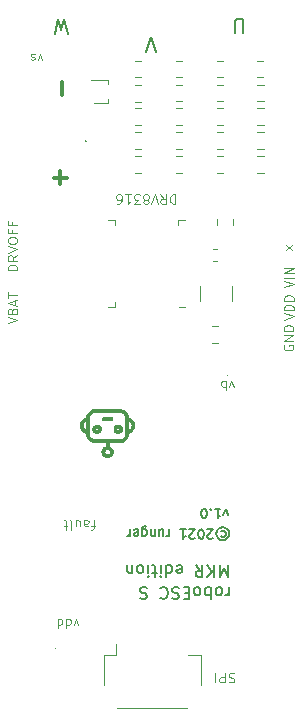
<source format=gto>
G04 #@! TF.GenerationSoftware,KiCad,Pcbnew,(5.1.6-0-10_14)*
G04 #@! TF.CreationDate,2021-04-01T01:52:38+02:00*
G04 #@! TF.ProjectId,ESCv1.1,45534376-312e-4312-9e6b-696361645f70,rev?*
G04 #@! TF.SameCoordinates,Original*
G04 #@! TF.FileFunction,Legend,Top*
G04 #@! TF.FilePolarity,Positive*
%FSLAX46Y46*%
G04 Gerber Fmt 4.6, Leading zero omitted, Abs format (unit mm)*
G04 Created by KiCad (PCBNEW (5.1.6-0-10_14)) date 2021-04-01 01:52:38*
%MOMM*%
%LPD*%
G01*
G04 APERTURE LIST*
%ADD10C,0.100000*%
%ADD11C,0.150000*%
%ADD12C,0.120000*%
%ADD13C,0.200000*%
%ADD14C,0.300000*%
%ADD15C,0.010000*%
G04 APERTURE END LIST*
D10*
X62637304Y-47772223D02*
X62103971Y-47353176D01*
X62103971Y-47772223D02*
X62637304Y-47353176D01*
X61947304Y-50918890D02*
X62747304Y-50652223D01*
X61947304Y-50385557D01*
X62747304Y-50118890D02*
X61947304Y-50118890D01*
X62747304Y-49737938D02*
X61947304Y-49737938D01*
X62747304Y-49280795D01*
X61947304Y-49280795D01*
D11*
X57178257Y-70214128D02*
X56987780Y-69680795D01*
X56797304Y-70214128D01*
X56073495Y-69680795D02*
X56530638Y-69680795D01*
X56302066Y-69680795D02*
X56302066Y-70480795D01*
X56378257Y-70366509D01*
X56454447Y-70290319D01*
X56530638Y-70252223D01*
X55730638Y-69756985D02*
X55692542Y-69718890D01*
X55730638Y-69680795D01*
X55768733Y-69718890D01*
X55730638Y-69756985D01*
X55730638Y-69680795D01*
X55197304Y-70480795D02*
X55121114Y-70480795D01*
X55044923Y-70442700D01*
X55006828Y-70404604D01*
X54968733Y-70328414D01*
X54930638Y-70176033D01*
X54930638Y-69985557D01*
X54968733Y-69833176D01*
X55006828Y-69756985D01*
X55044923Y-69718890D01*
X55121114Y-69680795D01*
X55197304Y-69680795D01*
X55273495Y-69718890D01*
X55311590Y-69756985D01*
X55349685Y-69833176D01*
X55387780Y-69985557D01*
X55387780Y-70176033D01*
X55349685Y-70328414D01*
X55311590Y-70404604D01*
X55273495Y-70442700D01*
X55197304Y-70480795D01*
D12*
X53481969Y-51662700D02*
G75*
G03*
X53481969Y-51662700I-56569J0D01*
G01*
D10*
X57694447Y-83618890D02*
X57580161Y-83580795D01*
X57389685Y-83580795D01*
X57313495Y-83618890D01*
X57275400Y-83656985D01*
X57237304Y-83733176D01*
X57237304Y-83809366D01*
X57275400Y-83885557D01*
X57313495Y-83923652D01*
X57389685Y-83961747D01*
X57542066Y-83999842D01*
X57618257Y-84037938D01*
X57656352Y-84076033D01*
X57694447Y-84152223D01*
X57694447Y-84228414D01*
X57656352Y-84304604D01*
X57618257Y-84342700D01*
X57542066Y-84380795D01*
X57351590Y-84380795D01*
X57237304Y-84342700D01*
X56894447Y-83580795D02*
X56894447Y-84380795D01*
X56589685Y-84380795D01*
X56513495Y-84342700D01*
X56475400Y-84304604D01*
X56437304Y-84228414D01*
X56437304Y-84114128D01*
X56475400Y-84037938D01*
X56513495Y-83999842D01*
X56589685Y-83961747D01*
X56894447Y-83961747D01*
X56094447Y-83580795D02*
X56094447Y-84380795D01*
D13*
X58492542Y-29427223D02*
X58492542Y-28415319D01*
X58433019Y-28296271D01*
X58373495Y-28236747D01*
X58254447Y-28177223D01*
X58016352Y-28177223D01*
X57897304Y-28236747D01*
X57837780Y-28296271D01*
X57778257Y-28415319D01*
X57778257Y-29427223D01*
X51092066Y-30967223D02*
X50675400Y-29717223D01*
X50258733Y-30967223D01*
X43601114Y-29487223D02*
X43303495Y-28237223D01*
X43065400Y-29130080D01*
X42827304Y-28237223D01*
X42529685Y-29487223D01*
D11*
X57229504Y-76320619D02*
X57229504Y-76987285D01*
X57229504Y-76796809D02*
X57181885Y-76892047D01*
X57134266Y-76939666D01*
X57039028Y-76987285D01*
X56943790Y-76987285D01*
X56467600Y-76320619D02*
X56562838Y-76368238D01*
X56610457Y-76415857D01*
X56658076Y-76511095D01*
X56658076Y-76796809D01*
X56610457Y-76892047D01*
X56562838Y-76939666D01*
X56467600Y-76987285D01*
X56324742Y-76987285D01*
X56229504Y-76939666D01*
X56181885Y-76892047D01*
X56134266Y-76796809D01*
X56134266Y-76511095D01*
X56181885Y-76415857D01*
X56229504Y-76368238D01*
X56324742Y-76320619D01*
X56467600Y-76320619D01*
X55705695Y-76320619D02*
X55705695Y-77320619D01*
X55705695Y-76939666D02*
X55610457Y-76987285D01*
X55419980Y-76987285D01*
X55324742Y-76939666D01*
X55277123Y-76892047D01*
X55229504Y-76796809D01*
X55229504Y-76511095D01*
X55277123Y-76415857D01*
X55324742Y-76368238D01*
X55419980Y-76320619D01*
X55610457Y-76320619D01*
X55705695Y-76368238D01*
X54658076Y-76320619D02*
X54753314Y-76368238D01*
X54800933Y-76415857D01*
X54848552Y-76511095D01*
X54848552Y-76796809D01*
X54800933Y-76892047D01*
X54753314Y-76939666D01*
X54658076Y-76987285D01*
X54515219Y-76987285D01*
X54419980Y-76939666D01*
X54372361Y-76892047D01*
X54324742Y-76796809D01*
X54324742Y-76511095D01*
X54372361Y-76415857D01*
X54419980Y-76368238D01*
X54515219Y-76320619D01*
X54658076Y-76320619D01*
X53896171Y-76844428D02*
X53562838Y-76844428D01*
X53419980Y-76320619D02*
X53896171Y-76320619D01*
X53896171Y-77320619D01*
X53419980Y-77320619D01*
X53039028Y-76368238D02*
X52896171Y-76320619D01*
X52658076Y-76320619D01*
X52562838Y-76368238D01*
X52515219Y-76415857D01*
X52467600Y-76511095D01*
X52467600Y-76606333D01*
X52515219Y-76701571D01*
X52562838Y-76749190D01*
X52658076Y-76796809D01*
X52848552Y-76844428D01*
X52943790Y-76892047D01*
X52991409Y-76939666D01*
X53039028Y-77034904D01*
X53039028Y-77130142D01*
X52991409Y-77225380D01*
X52943790Y-77273000D01*
X52848552Y-77320619D01*
X52610457Y-77320619D01*
X52467600Y-77273000D01*
X51467600Y-76415857D02*
X51515219Y-76368238D01*
X51658076Y-76320619D01*
X51753314Y-76320619D01*
X51896171Y-76368238D01*
X51991409Y-76463476D01*
X52039028Y-76558714D01*
X52086647Y-76749190D01*
X52086647Y-76892047D01*
X52039028Y-77082523D01*
X51991409Y-77177761D01*
X51896171Y-77273000D01*
X51753314Y-77320619D01*
X51658076Y-77320619D01*
X51515219Y-77273000D01*
X51467600Y-77225380D01*
X50324742Y-76368238D02*
X50181885Y-76320619D01*
X49943790Y-76320619D01*
X49848552Y-76368238D01*
X49800933Y-76415857D01*
X49753314Y-76511095D01*
X49753314Y-76606333D01*
X49800933Y-76701571D01*
X49848552Y-76749190D01*
X49943790Y-76796809D01*
X50134266Y-76844428D01*
X50229504Y-76892047D01*
X50277123Y-76939666D01*
X50324742Y-77034904D01*
X50324742Y-77130142D01*
X50277123Y-77225380D01*
X50229504Y-77273000D01*
X50134266Y-77320619D01*
X49896171Y-77320619D01*
X49753314Y-77273000D01*
X57153304Y-74441019D02*
X57153304Y-75441019D01*
X56819971Y-74726733D01*
X56486638Y-75441019D01*
X56486638Y-74441019D01*
X56010447Y-74441019D02*
X56010447Y-75441019D01*
X55439019Y-74441019D02*
X55867590Y-75012447D01*
X55439019Y-75441019D02*
X56010447Y-74869590D01*
X54439019Y-74441019D02*
X54772352Y-74917209D01*
X55010447Y-74441019D02*
X55010447Y-75441019D01*
X54629495Y-75441019D01*
X54534257Y-75393400D01*
X54486638Y-75345780D01*
X54439019Y-75250542D01*
X54439019Y-75107685D01*
X54486638Y-75012447D01*
X54534257Y-74964828D01*
X54629495Y-74917209D01*
X55010447Y-74917209D01*
X52867590Y-74488638D02*
X52962828Y-74441019D01*
X53153304Y-74441019D01*
X53248542Y-74488638D01*
X53296161Y-74583876D01*
X53296161Y-74964828D01*
X53248542Y-75060066D01*
X53153304Y-75107685D01*
X52962828Y-75107685D01*
X52867590Y-75060066D01*
X52819971Y-74964828D01*
X52819971Y-74869590D01*
X53296161Y-74774352D01*
X51962828Y-74441019D02*
X51962828Y-75441019D01*
X51962828Y-74488638D02*
X52058066Y-74441019D01*
X52248542Y-74441019D01*
X52343780Y-74488638D01*
X52391400Y-74536257D01*
X52439019Y-74631495D01*
X52439019Y-74917209D01*
X52391400Y-75012447D01*
X52343780Y-75060066D01*
X52248542Y-75107685D01*
X52058066Y-75107685D01*
X51962828Y-75060066D01*
X51486638Y-74441019D02*
X51486638Y-75107685D01*
X51486638Y-75441019D02*
X51534257Y-75393400D01*
X51486638Y-75345780D01*
X51439019Y-75393400D01*
X51486638Y-75441019D01*
X51486638Y-75345780D01*
X51153304Y-75107685D02*
X50772352Y-75107685D01*
X51010447Y-75441019D02*
X51010447Y-74583876D01*
X50962828Y-74488638D01*
X50867590Y-74441019D01*
X50772352Y-74441019D01*
X50439019Y-74441019D02*
X50439019Y-75107685D01*
X50439019Y-75441019D02*
X50486638Y-75393400D01*
X50439019Y-75345780D01*
X50391400Y-75393400D01*
X50439019Y-75441019D01*
X50439019Y-75345780D01*
X49819971Y-74441019D02*
X49915209Y-74488638D01*
X49962828Y-74536257D01*
X50010447Y-74631495D01*
X50010447Y-74917209D01*
X49962828Y-75012447D01*
X49915209Y-75060066D01*
X49819971Y-75107685D01*
X49677114Y-75107685D01*
X49581876Y-75060066D01*
X49534257Y-75012447D01*
X49486638Y-74917209D01*
X49486638Y-74631495D01*
X49534257Y-74536257D01*
X49581876Y-74488638D01*
X49677114Y-74441019D01*
X49819971Y-74441019D01*
X49058066Y-75107685D02*
X49058066Y-74441019D01*
X49058066Y-75012447D02*
X49010447Y-75060066D01*
X48915209Y-75107685D01*
X48772352Y-75107685D01*
X48677114Y-75060066D01*
X48629495Y-74964828D01*
X48629495Y-74441019D01*
X56585400Y-72020319D02*
X56661590Y-72058414D01*
X56813971Y-72058414D01*
X56890161Y-72020319D01*
X56966352Y-71944128D01*
X57004447Y-71867938D01*
X57004447Y-71715557D01*
X56966352Y-71639366D01*
X56890161Y-71563176D01*
X56813971Y-71525080D01*
X56661590Y-71525080D01*
X56585400Y-71563176D01*
X56737780Y-72325080D02*
X56928257Y-72286985D01*
X57118733Y-72172700D01*
X57233019Y-71982223D01*
X57271114Y-71791747D01*
X57233019Y-71601271D01*
X57118733Y-71410795D01*
X56928257Y-71296509D01*
X56737780Y-71258414D01*
X56547304Y-71296509D01*
X56356828Y-71410795D01*
X56242542Y-71601271D01*
X56204447Y-71791747D01*
X56242542Y-71982223D01*
X56356828Y-72172700D01*
X56547304Y-72286985D01*
X56737780Y-72325080D01*
X55899685Y-72134604D02*
X55861590Y-72172700D01*
X55785400Y-72210795D01*
X55594923Y-72210795D01*
X55518733Y-72172700D01*
X55480638Y-72134604D01*
X55442542Y-72058414D01*
X55442542Y-71982223D01*
X55480638Y-71867938D01*
X55937780Y-71410795D01*
X55442542Y-71410795D01*
X54947304Y-72210795D02*
X54871114Y-72210795D01*
X54794923Y-72172700D01*
X54756828Y-72134604D01*
X54718733Y-72058414D01*
X54680638Y-71906033D01*
X54680638Y-71715557D01*
X54718733Y-71563176D01*
X54756828Y-71486985D01*
X54794923Y-71448890D01*
X54871114Y-71410795D01*
X54947304Y-71410795D01*
X55023495Y-71448890D01*
X55061590Y-71486985D01*
X55099685Y-71563176D01*
X55137780Y-71715557D01*
X55137780Y-71906033D01*
X55099685Y-72058414D01*
X55061590Y-72134604D01*
X55023495Y-72172700D01*
X54947304Y-72210795D01*
X54375876Y-72134604D02*
X54337780Y-72172700D01*
X54261590Y-72210795D01*
X54071114Y-72210795D01*
X53994923Y-72172700D01*
X53956828Y-72134604D01*
X53918733Y-72058414D01*
X53918733Y-71982223D01*
X53956828Y-71867938D01*
X54413971Y-71410795D01*
X53918733Y-71410795D01*
X53156828Y-71410795D02*
X53613971Y-71410795D01*
X53385400Y-71410795D02*
X53385400Y-72210795D01*
X53461590Y-72096509D01*
X53537780Y-72020319D01*
X53613971Y-71982223D01*
X52204447Y-71410795D02*
X52204447Y-71944128D01*
X52204447Y-71791747D02*
X52166352Y-71867938D01*
X52128257Y-71906033D01*
X52052066Y-71944128D01*
X51975876Y-71944128D01*
X51366352Y-71944128D02*
X51366352Y-71410795D01*
X51709209Y-71944128D02*
X51709209Y-71525080D01*
X51671114Y-71448890D01*
X51594923Y-71410795D01*
X51480638Y-71410795D01*
X51404447Y-71448890D01*
X51366352Y-71486985D01*
X50985400Y-71944128D02*
X50985400Y-71410795D01*
X50985400Y-71867938D02*
X50947304Y-71906033D01*
X50871114Y-71944128D01*
X50756828Y-71944128D01*
X50680638Y-71906033D01*
X50642542Y-71829842D01*
X50642542Y-71410795D01*
X49918733Y-71944128D02*
X49918733Y-71296509D01*
X49956828Y-71220319D01*
X49994923Y-71182223D01*
X50071114Y-71144128D01*
X50185400Y-71144128D01*
X50261590Y-71182223D01*
X49918733Y-71448890D02*
X49994923Y-71410795D01*
X50147304Y-71410795D01*
X50223495Y-71448890D01*
X50261590Y-71486985D01*
X50299685Y-71563176D01*
X50299685Y-71791747D01*
X50261590Y-71867938D01*
X50223495Y-71906033D01*
X50147304Y-71944128D01*
X49994923Y-71944128D01*
X49918733Y-71906033D01*
X49233019Y-71448890D02*
X49309209Y-71410795D01*
X49461590Y-71410795D01*
X49537780Y-71448890D01*
X49575876Y-71525080D01*
X49575876Y-71829842D01*
X49537780Y-71906033D01*
X49461590Y-71944128D01*
X49309209Y-71944128D01*
X49233019Y-71906033D01*
X49194923Y-71829842D01*
X49194923Y-71753652D01*
X49575876Y-71677461D01*
X48852066Y-71410795D02*
X48852066Y-71944128D01*
X48852066Y-71791747D02*
X48813971Y-71867938D01*
X48775876Y-71906033D01*
X48699685Y-71944128D01*
X48623495Y-71944128D01*
D14*
X43001042Y-42206628D02*
X43001042Y-41063771D01*
X43572471Y-41635200D02*
X42429614Y-41635200D01*
X43115342Y-34675528D02*
X43115342Y-33532671D01*
D10*
X61945400Y-55816271D02*
X61907304Y-55892461D01*
X61907304Y-56006747D01*
X61945400Y-56121033D01*
X62021590Y-56197223D01*
X62097780Y-56235319D01*
X62250161Y-56273414D01*
X62364447Y-56273414D01*
X62516828Y-56235319D01*
X62593019Y-56197223D01*
X62669209Y-56121033D01*
X62707304Y-56006747D01*
X62707304Y-55930557D01*
X62669209Y-55816271D01*
X62631114Y-55778176D01*
X62364447Y-55778176D01*
X62364447Y-55930557D01*
X62707304Y-55435319D02*
X61907304Y-55435319D01*
X62707304Y-54978176D01*
X61907304Y-54978176D01*
X62707304Y-54597223D02*
X61907304Y-54597223D01*
X61907304Y-54406747D01*
X61945400Y-54292461D01*
X62021590Y-54216271D01*
X62097780Y-54178176D01*
X62250161Y-54140080D01*
X62364447Y-54140080D01*
X62516828Y-54178176D01*
X62593019Y-54216271D01*
X62669209Y-54292461D01*
X62707304Y-54406747D01*
X62707304Y-54597223D01*
X61933018Y-53657223D02*
X62733018Y-53390557D01*
X61933018Y-53123890D01*
X62733018Y-52857223D02*
X61933018Y-52857223D01*
X61933018Y-52666747D01*
X61971114Y-52552461D01*
X62047304Y-52476271D01*
X62123494Y-52438176D01*
X62275875Y-52400080D01*
X62390161Y-52400080D01*
X62542542Y-52438176D01*
X62618733Y-52476271D01*
X62694923Y-52552461D01*
X62733018Y-52666747D01*
X62733018Y-52857223D01*
X62733018Y-52057223D02*
X61933018Y-52057223D01*
X61933018Y-51866747D01*
X61971114Y-51752461D01*
X62047304Y-51676271D01*
X62123494Y-51638176D01*
X62275875Y-51600080D01*
X62390161Y-51600080D01*
X62542542Y-51638176D01*
X62618733Y-51676271D01*
X62694923Y-51752461D01*
X62733018Y-51866747D01*
X62733018Y-52057223D01*
X38547304Y-53982461D02*
X39347304Y-53715795D01*
X38547304Y-53449128D01*
X38928257Y-52915795D02*
X38966352Y-52801509D01*
X39004447Y-52763414D01*
X39080638Y-52725319D01*
X39194923Y-52725319D01*
X39271114Y-52763414D01*
X39309209Y-52801509D01*
X39347304Y-52877700D01*
X39347304Y-53182461D01*
X38547304Y-53182461D01*
X38547304Y-52915795D01*
X38585400Y-52839604D01*
X38623495Y-52801509D01*
X38699685Y-52763414D01*
X38775876Y-52763414D01*
X38852066Y-52801509D01*
X38890161Y-52839604D01*
X38928257Y-52915795D01*
X38928257Y-53182461D01*
X39118733Y-52420557D02*
X39118733Y-52039604D01*
X39347304Y-52496747D02*
X38547304Y-52230080D01*
X39347304Y-51963414D01*
X38547304Y-51811033D02*
X38547304Y-51353890D01*
X39347304Y-51582461D02*
X38547304Y-51582461D01*
X39337304Y-49472461D02*
X38537304Y-49472461D01*
X38537304Y-49281985D01*
X38575400Y-49167700D01*
X38651590Y-49091509D01*
X38727780Y-49053414D01*
X38880161Y-49015319D01*
X38994447Y-49015319D01*
X39146828Y-49053414D01*
X39223019Y-49091509D01*
X39299209Y-49167700D01*
X39337304Y-49281985D01*
X39337304Y-49472461D01*
X39337304Y-48215319D02*
X38956352Y-48481985D01*
X39337304Y-48672461D02*
X38537304Y-48672461D01*
X38537304Y-48367700D01*
X38575400Y-48291509D01*
X38613495Y-48253414D01*
X38689685Y-48215319D01*
X38803971Y-48215319D01*
X38880161Y-48253414D01*
X38918257Y-48291509D01*
X38956352Y-48367700D01*
X38956352Y-48672461D01*
X38537304Y-47986747D02*
X39337304Y-47720080D01*
X38537304Y-47453414D01*
X38537304Y-47034366D02*
X38537304Y-46881985D01*
X38575400Y-46805795D01*
X38651590Y-46729604D01*
X38803971Y-46691509D01*
X39070638Y-46691509D01*
X39223019Y-46729604D01*
X39299209Y-46805795D01*
X39337304Y-46881985D01*
X39337304Y-47034366D01*
X39299209Y-47110557D01*
X39223019Y-47186747D01*
X39070638Y-47224842D01*
X38803971Y-47224842D01*
X38651590Y-47186747D01*
X38575400Y-47110557D01*
X38537304Y-47034366D01*
X38918257Y-46081985D02*
X38918257Y-46348652D01*
X39337304Y-46348652D02*
X38537304Y-46348652D01*
X38537304Y-45967700D01*
X38918257Y-45396271D02*
X38918257Y-45662938D01*
X39337304Y-45662938D02*
X38537304Y-45662938D01*
X38537304Y-45281985D01*
X52721590Y-43060795D02*
X52721590Y-43860795D01*
X52531114Y-43860795D01*
X52416828Y-43822700D01*
X52340638Y-43746509D01*
X52302542Y-43670319D01*
X52264447Y-43517938D01*
X52264447Y-43403652D01*
X52302542Y-43251271D01*
X52340638Y-43175080D01*
X52416828Y-43098890D01*
X52531114Y-43060795D01*
X52721590Y-43060795D01*
X51464447Y-43060795D02*
X51731114Y-43441747D01*
X51921590Y-43060795D02*
X51921590Y-43860795D01*
X51616828Y-43860795D01*
X51540638Y-43822700D01*
X51502542Y-43784604D01*
X51464447Y-43708414D01*
X51464447Y-43594128D01*
X51502542Y-43517938D01*
X51540638Y-43479842D01*
X51616828Y-43441747D01*
X51921590Y-43441747D01*
X51235876Y-43860795D02*
X50969209Y-43060795D01*
X50702542Y-43860795D01*
X50321590Y-43517938D02*
X50397780Y-43556033D01*
X50435876Y-43594128D01*
X50473971Y-43670319D01*
X50473971Y-43708414D01*
X50435876Y-43784604D01*
X50397780Y-43822700D01*
X50321590Y-43860795D01*
X50169209Y-43860795D01*
X50093019Y-43822700D01*
X50054923Y-43784604D01*
X50016828Y-43708414D01*
X50016828Y-43670319D01*
X50054923Y-43594128D01*
X50093019Y-43556033D01*
X50169209Y-43517938D01*
X50321590Y-43517938D01*
X50397780Y-43479842D01*
X50435876Y-43441747D01*
X50473971Y-43365557D01*
X50473971Y-43213176D01*
X50435876Y-43136985D01*
X50397780Y-43098890D01*
X50321590Y-43060795D01*
X50169209Y-43060795D01*
X50093019Y-43098890D01*
X50054923Y-43136985D01*
X50016828Y-43213176D01*
X50016828Y-43365557D01*
X50054923Y-43441747D01*
X50093019Y-43479842D01*
X50169209Y-43517938D01*
X49750161Y-43860795D02*
X49254923Y-43860795D01*
X49521590Y-43556033D01*
X49407304Y-43556033D01*
X49331114Y-43517938D01*
X49293019Y-43479842D01*
X49254923Y-43403652D01*
X49254923Y-43213176D01*
X49293019Y-43136985D01*
X49331114Y-43098890D01*
X49407304Y-43060795D01*
X49635876Y-43060795D01*
X49712066Y-43098890D01*
X49750161Y-43136985D01*
X48493019Y-43060795D02*
X48950161Y-43060795D01*
X48721590Y-43060795D02*
X48721590Y-43860795D01*
X48797780Y-43746509D01*
X48873971Y-43670319D01*
X48950161Y-43632223D01*
X47807304Y-43860795D02*
X47959685Y-43860795D01*
X48035876Y-43822700D01*
X48073971Y-43784604D01*
X48150161Y-43670319D01*
X48188257Y-43517938D01*
X48188257Y-43213176D01*
X48150161Y-43136985D01*
X48112066Y-43098890D01*
X48035876Y-43060795D01*
X47883495Y-43060795D01*
X47807304Y-43098890D01*
X47769209Y-43136985D01*
X47731114Y-43213176D01*
X47731114Y-43403652D01*
X47769209Y-43479842D01*
X47807304Y-43517938D01*
X47883495Y-43556033D01*
X48035876Y-43556033D01*
X48112066Y-43517938D01*
X48150161Y-43479842D01*
X48188257Y-43403652D01*
X44519685Y-79514128D02*
X44329209Y-78980795D01*
X44138733Y-79514128D01*
X43491114Y-78980795D02*
X43491114Y-79780795D01*
X43491114Y-79018890D02*
X43567304Y-78980795D01*
X43719685Y-78980795D01*
X43795876Y-79018890D01*
X43833971Y-79056985D01*
X43872066Y-79133176D01*
X43872066Y-79361747D01*
X43833971Y-79437938D01*
X43795876Y-79476033D01*
X43719685Y-79514128D01*
X43567304Y-79514128D01*
X43491114Y-79476033D01*
X42767304Y-78980795D02*
X42767304Y-79780795D01*
X42767304Y-79018890D02*
X42843495Y-78980795D01*
X42995876Y-78980795D01*
X43072066Y-79018890D01*
X43110161Y-79056985D01*
X43148257Y-79133176D01*
X43148257Y-79361747D01*
X43110161Y-79437938D01*
X43072066Y-79476033D01*
X42995876Y-79514128D01*
X42843495Y-79514128D01*
X42767304Y-79476033D01*
X41459685Y-31674128D02*
X41269209Y-31140795D01*
X41078733Y-31674128D01*
X40812066Y-31178890D02*
X40735876Y-31140795D01*
X40583495Y-31140795D01*
X40507304Y-31178890D01*
X40469209Y-31255080D01*
X40469209Y-31293176D01*
X40507304Y-31369366D01*
X40583495Y-31407461D01*
X40697780Y-31407461D01*
X40773971Y-31445557D01*
X40812066Y-31521747D01*
X40812066Y-31559842D01*
X40773971Y-31636033D01*
X40697780Y-31674128D01*
X40583495Y-31674128D01*
X40507304Y-31636033D01*
X57667780Y-59364128D02*
X57477304Y-58830795D01*
X57286828Y-59364128D01*
X56982066Y-58830795D02*
X56982066Y-59630795D01*
X56982066Y-59326033D02*
X56905876Y-59364128D01*
X56753495Y-59364128D01*
X56677304Y-59326033D01*
X56639209Y-59287938D01*
X56601114Y-59211747D01*
X56601114Y-58983176D01*
X56639209Y-58906985D01*
X56677304Y-58868890D01*
X56753495Y-58830795D01*
X56905876Y-58830795D01*
X56982066Y-58868890D01*
X45909685Y-71174128D02*
X45604923Y-71174128D01*
X45795399Y-70640795D02*
X45795399Y-71326509D01*
X45757304Y-71402700D01*
X45681114Y-71440795D01*
X45604923Y-71440795D01*
X44995400Y-70640795D02*
X44995400Y-71059842D01*
X45033495Y-71136033D01*
X45109685Y-71174128D01*
X45262066Y-71174128D01*
X45338257Y-71136033D01*
X44995400Y-70678890D02*
X45071590Y-70640795D01*
X45262066Y-70640795D01*
X45338257Y-70678890D01*
X45376352Y-70755080D01*
X45376352Y-70831271D01*
X45338257Y-70907461D01*
X45262066Y-70945557D01*
X45071590Y-70945557D01*
X44995400Y-70983652D01*
X44271590Y-71174128D02*
X44271590Y-70640795D01*
X44614447Y-71174128D02*
X44614447Y-70755080D01*
X44576352Y-70678890D01*
X44500161Y-70640795D01*
X44385876Y-70640795D01*
X44309685Y-70678890D01*
X44271590Y-70716985D01*
X43776352Y-70640795D02*
X43852542Y-70678890D01*
X43890638Y-70755080D01*
X43890638Y-71440795D01*
X43585876Y-71174128D02*
X43281114Y-71174128D01*
X43471590Y-71440795D02*
X43471590Y-70755080D01*
X43433495Y-70678890D01*
X43357304Y-70640795D01*
X43281114Y-70640795D01*
D12*
G04 #@! TO.C,C34*
X56236822Y-33162700D02*
X56753978Y-33162700D01*
X56236822Y-31742700D02*
X56753978Y-31742700D01*
G04 #@! TO.C,C33*
X56226822Y-37182700D02*
X56743978Y-37182700D01*
X56226822Y-35762700D02*
X56743978Y-35762700D01*
G04 #@! TO.C,C32*
X56234322Y-35182700D02*
X56751478Y-35182700D01*
X56234322Y-33762700D02*
X56751478Y-33762700D01*
G04 #@! TO.C,C31*
X56226822Y-39222700D02*
X56743978Y-39222700D01*
X56226822Y-37802700D02*
X56743978Y-37802700D01*
G04 #@! TO.C,C30*
X53286478Y-39822700D02*
X52769322Y-39822700D01*
X53286478Y-41242700D02*
X52769322Y-41242700D01*
G04 #@! TO.C,C29*
X49316822Y-37192700D02*
X49833978Y-37192700D01*
X49316822Y-35772700D02*
X49833978Y-35772700D01*
G04 #@! TO.C,C28*
X56224322Y-41242700D02*
X56741478Y-41242700D01*
X56224322Y-39822700D02*
X56741478Y-39822700D01*
G04 #@! TO.C,C27*
X53293978Y-37802700D02*
X52776822Y-37802700D01*
X53293978Y-39222700D02*
X52776822Y-39222700D01*
G04 #@! TO.C,C26*
X49316822Y-41242700D02*
X49833978Y-41242700D01*
X49316822Y-39822700D02*
X49833978Y-39822700D01*
G04 #@! TO.C,C25*
X49316822Y-33162700D02*
X49833978Y-33162700D01*
X49316822Y-31742700D02*
X49833978Y-31742700D01*
G04 #@! TO.C,C24*
X53293978Y-35762700D02*
X52776822Y-35762700D01*
X53293978Y-37182700D02*
X52776822Y-37182700D01*
G04 #@! TO.C,C23*
X53296478Y-33762700D02*
X52779322Y-33762700D01*
X53296478Y-35182700D02*
X52779322Y-35182700D01*
G04 #@! TO.C,C22*
X49316822Y-35202700D02*
X49833978Y-35202700D01*
X49316822Y-33782700D02*
X49833978Y-33782700D01*
G04 #@! TO.C,C21*
X60193978Y-35762700D02*
X59676822Y-35762700D01*
X60193978Y-37182700D02*
X59676822Y-37182700D01*
G04 #@! TO.C,C20*
X53293978Y-31742700D02*
X52776822Y-31742700D01*
X53293978Y-33162700D02*
X52776822Y-33162700D01*
G04 #@! TO.C,C19*
X49316822Y-39222700D02*
X49833978Y-39222700D01*
X49316822Y-37802700D02*
X49833978Y-37802700D01*
G04 #@! TO.C,C18*
X60193978Y-33762700D02*
X59676822Y-33762700D01*
X60193978Y-35182700D02*
X59676822Y-35182700D01*
G04 #@! TO.C,C17*
X60193978Y-39822700D02*
X59676822Y-39822700D01*
X60193978Y-41242700D02*
X59676822Y-41242700D01*
G04 #@! TO.C,C16*
X60186478Y-31742700D02*
X59669322Y-31742700D01*
X60186478Y-33162700D02*
X59669322Y-33162700D01*
G04 #@! TO.C,C15*
X60193978Y-37802700D02*
X59676822Y-37802700D01*
X60193978Y-39222700D02*
X59676822Y-39222700D01*
D15*
G04 #@! TO.C,G\u002A\u002A\u002A*
G36*
X46847587Y-65315973D02*
G01*
X46758908Y-65288946D01*
X46677186Y-65243230D01*
X46601180Y-65178276D01*
X46592123Y-65168887D01*
X46537280Y-65100665D01*
X46499270Y-65028331D01*
X46476900Y-64948449D01*
X46468972Y-64857583D01*
X46469598Y-64816868D01*
X46472256Y-64768024D01*
X46476815Y-64731897D01*
X46485105Y-64700885D01*
X46498957Y-64667387D01*
X46512245Y-64639800D01*
X46563450Y-64555763D01*
X46626945Y-64487315D01*
X46704629Y-64432582D01*
X46741886Y-64413260D01*
X46822929Y-64374900D01*
X46823205Y-64214880D01*
X46823480Y-64054860D01*
X46328180Y-64054684D01*
X46206305Y-64054560D01*
X46102762Y-64054177D01*
X46015565Y-64053381D01*
X45942728Y-64052017D01*
X45882263Y-64049931D01*
X45832185Y-64046967D01*
X45790506Y-64042972D01*
X45755240Y-64037789D01*
X45724399Y-64031266D01*
X45695998Y-64023246D01*
X45668049Y-64013576D01*
X45638566Y-64002099D01*
X45635119Y-64000710D01*
X45548271Y-63959859D01*
X45470990Y-63910091D01*
X45396156Y-63846675D01*
X45380247Y-63831340D01*
X45297840Y-63737037D01*
X45233807Y-63634064D01*
X45193431Y-63538555D01*
X45175417Y-63475251D01*
X45160636Y-63403709D01*
X45150666Y-63332960D01*
X45147080Y-63272936D01*
X45145521Y-63247318D01*
X45136876Y-63234859D01*
X45115197Y-63228430D01*
X45108980Y-63227278D01*
X45062262Y-63213646D01*
X45006634Y-63189463D01*
X44948111Y-63157970D01*
X44892702Y-63122411D01*
X44846419Y-63086028D01*
X44845356Y-63085068D01*
X44779204Y-63014914D01*
X44721149Y-62933597D01*
X44675887Y-62848090D01*
X44661623Y-62812050D01*
X44642546Y-62738356D01*
X44631898Y-62654030D01*
X44630087Y-62567106D01*
X44637518Y-62485622D01*
X44643561Y-62454660D01*
X44678017Y-62350963D01*
X44730020Y-62254425D01*
X44797377Y-62167394D01*
X44877894Y-62092219D01*
X44969377Y-62031247D01*
X45069632Y-61986827D01*
X45085551Y-61981657D01*
X45117212Y-61969926D01*
X45140398Y-61957761D01*
X45148272Y-61950433D01*
X45153108Y-61933933D01*
X45159396Y-61903640D01*
X45165829Y-61865892D01*
X45166246Y-61863169D01*
X45192813Y-61754327D01*
X45237738Y-61650452D01*
X45299278Y-61553541D01*
X45375688Y-61465591D01*
X45465226Y-61388600D01*
X45566146Y-61324564D01*
X45676706Y-61275483D01*
X45680480Y-61274147D01*
X45761760Y-61245620D01*
X46920000Y-61243762D01*
X47105695Y-61243506D01*
X47272094Y-61243372D01*
X47420222Y-61243370D01*
X47551104Y-61243509D01*
X47665764Y-61243800D01*
X47765227Y-61244251D01*
X47850517Y-61244874D01*
X47922659Y-61245677D01*
X47982676Y-61246669D01*
X48031594Y-61247862D01*
X48070437Y-61249265D01*
X48100230Y-61250886D01*
X48121996Y-61252737D01*
X48136761Y-61254827D01*
X48139200Y-61255326D01*
X48249886Y-61289409D01*
X48353918Y-61340374D01*
X48449318Y-61406163D01*
X48534105Y-61484721D01*
X48606299Y-61573992D01*
X48663921Y-61671921D01*
X48704990Y-61776450D01*
X48724555Y-61863169D01*
X48730950Y-61901198D01*
X48737290Y-61932210D01*
X48742269Y-61949867D01*
X48742529Y-61950433D01*
X48755412Y-61960877D01*
X48781499Y-61973241D01*
X48805250Y-61981657D01*
X48894442Y-62016620D01*
X48975605Y-62064848D01*
X49053585Y-62129365D01*
X49074146Y-62149390D01*
X49147497Y-62234045D01*
X49201810Y-62322704D01*
X49237958Y-62417646D01*
X49256815Y-62521150D01*
X49259137Y-62621594D01*
X49015101Y-62621594D01*
X49010393Y-62541581D01*
X49010203Y-62540549D01*
X48984703Y-62451593D01*
X48943859Y-62374284D01*
X48897429Y-62318775D01*
X48865602Y-62291119D01*
X48829450Y-62264752D01*
X48794223Y-62243005D01*
X48765171Y-62229210D01*
X48751340Y-62226069D01*
X48749615Y-62235854D01*
X48748026Y-62263723D01*
X48746619Y-62307439D01*
X48745440Y-62364768D01*
X48744534Y-62433471D01*
X48743946Y-62511314D01*
X48743721Y-62596060D01*
X48743720Y-62601980D01*
X48743862Y-62687113D01*
X48744263Y-62765493D01*
X48744893Y-62834886D01*
X48745720Y-62893055D01*
X48745738Y-62893876D01*
X48488140Y-62893876D01*
X48487929Y-62747682D01*
X48487504Y-62616592D01*
X48484640Y-61885700D01*
X48460708Y-61826364D01*
X48412507Y-61732263D01*
X48349781Y-61651183D01*
X48274157Y-61584498D01*
X48187261Y-61533583D01*
X48090720Y-61499811D01*
X48068080Y-61494764D01*
X48051130Y-61493399D01*
X48015506Y-61492142D01*
X47962856Y-61490992D01*
X47894827Y-61489951D01*
X47813065Y-61489019D01*
X47719218Y-61488198D01*
X47614931Y-61487486D01*
X47501853Y-61486886D01*
X47381628Y-61486398D01*
X47255905Y-61486023D01*
X47126331Y-61485760D01*
X46994551Y-61485612D01*
X46862213Y-61485578D01*
X46730963Y-61485659D01*
X46602449Y-61485856D01*
X46478316Y-61486170D01*
X46360213Y-61486601D01*
X46249785Y-61487150D01*
X46148679Y-61487817D01*
X46058543Y-61488604D01*
X45981023Y-61489511D01*
X45917765Y-61490538D01*
X45870417Y-61491686D01*
X45840625Y-61492956D01*
X45831386Y-61493861D01*
X45730630Y-61522836D01*
X45639893Y-61569064D01*
X45560546Y-61631409D01*
X45493959Y-61708735D01*
X45441501Y-61799907D01*
X45430093Y-61826364D01*
X45406160Y-61885700D01*
X45403332Y-62607782D01*
X45147080Y-62607782D01*
X45147080Y-62224691D01*
X45124220Y-62231335D01*
X45103897Y-62240418D01*
X45074067Y-62257344D01*
X45046423Y-62274998D01*
X44981077Y-62330426D01*
X44931296Y-62396420D01*
X44897308Y-62470218D01*
X44879340Y-62549054D01*
X44877620Y-62630167D01*
X44892375Y-62710791D01*
X44923835Y-62788164D01*
X44972226Y-62859523D01*
X44996099Y-62885489D01*
X45022329Y-62908326D01*
X45055286Y-62932430D01*
X45089532Y-62954347D01*
X45119630Y-62970625D01*
X45140140Y-62977813D01*
X45141663Y-62977900D01*
X45142889Y-62968113D01*
X45144017Y-62940240D01*
X45145017Y-62896515D01*
X45145855Y-62839172D01*
X45146500Y-62770447D01*
X45146919Y-62692572D01*
X45147080Y-62607782D01*
X45403332Y-62607782D01*
X45403297Y-62616592D01*
X45402801Y-62784803D01*
X45402710Y-62932734D01*
X45403024Y-63060420D01*
X45403745Y-63167896D01*
X45404872Y-63255199D01*
X45406406Y-63322362D01*
X45408347Y-63369423D01*
X45410695Y-63396416D01*
X45411247Y-63399572D01*
X45440019Y-63489553D01*
X45486548Y-63573319D01*
X45548629Y-63648431D01*
X45624053Y-63712449D01*
X45710613Y-63762935D01*
X45757833Y-63782505D01*
X45822720Y-63805940D01*
X46884440Y-63808890D01*
X47067335Y-63809294D01*
X47236695Y-63809457D01*
X47391809Y-63809383D01*
X47531964Y-63809077D01*
X47656450Y-63808542D01*
X47764555Y-63807784D01*
X47855566Y-63806808D01*
X47928772Y-63805617D01*
X47983461Y-63804216D01*
X48018921Y-63802609D01*
X48029701Y-63801673D01*
X48125242Y-63782597D01*
X48209809Y-63748946D01*
X48287458Y-63698699D01*
X48350494Y-63641998D01*
X48394356Y-63588035D01*
X48433814Y-63522123D01*
X48464389Y-63452631D01*
X48479137Y-63401580D01*
X48481583Y-63380798D01*
X48483633Y-63343601D01*
X48485293Y-63289488D01*
X48486568Y-63217960D01*
X48487464Y-63128515D01*
X48487986Y-63020654D01*
X48488140Y-62893876D01*
X48745738Y-62893876D01*
X48746710Y-62937763D01*
X48747832Y-62966775D01*
X48749053Y-62977854D01*
X48749138Y-62977900D01*
X48760497Y-62973670D01*
X48783933Y-62962791D01*
X48803739Y-62952978D01*
X48871264Y-62907980D01*
X48927983Y-62848706D01*
X48972075Y-62778793D01*
X49001722Y-62701877D01*
X49015101Y-62621594D01*
X49259137Y-62621594D01*
X49259389Y-62632460D01*
X49245725Y-62746246D01*
X49214447Y-62850293D01*
X49165026Y-62945739D01*
X49096929Y-63033719D01*
X49049651Y-63080873D01*
X49001159Y-63119853D01*
X48944081Y-63157235D01*
X48884294Y-63189794D01*
X48827678Y-63214304D01*
X48783253Y-63227009D01*
X48746586Y-63233624D01*
X48739874Y-63320936D01*
X48726816Y-63427423D01*
X48704395Y-63520969D01*
X48672987Y-63603516D01*
X48613731Y-63710022D01*
X48538192Y-63805724D01*
X48448342Y-63888746D01*
X48346153Y-63957211D01*
X48255682Y-64000710D01*
X48225906Y-64012396D01*
X48197885Y-64022259D01*
X48169632Y-64030454D01*
X48139160Y-64037136D01*
X48104482Y-64042459D01*
X48063611Y-64046578D01*
X48014561Y-64049648D01*
X47955345Y-64051824D01*
X47883976Y-64053260D01*
X47798468Y-64054112D01*
X47696834Y-64054533D01*
X47577087Y-64054678D01*
X47562620Y-64054684D01*
X47067320Y-64054860D01*
X47067872Y-64374900D01*
X47148915Y-64413260D01*
X47233115Y-64462800D01*
X47302329Y-64525269D01*
X47358457Y-64602540D01*
X47378556Y-64639800D01*
X47397154Y-64679210D01*
X47408963Y-64711044D01*
X47415817Y-64742907D01*
X47419544Y-64782398D01*
X47421203Y-64816868D01*
X47420870Y-64826550D01*
X47177607Y-64826550D01*
X47172104Y-64793901D01*
X47157415Y-64756137D01*
X47156175Y-64753416D01*
X47119027Y-64694557D01*
X47069900Y-64650954D01*
X47011520Y-64623837D01*
X46946614Y-64614437D01*
X46877907Y-64623987D01*
X46872842Y-64625452D01*
X46821298Y-64650549D01*
X46775137Y-64691159D01*
X46739470Y-64742477D01*
X46732281Y-64757594D01*
X46715337Y-64821034D01*
X46717237Y-64884724D01*
X46736840Y-64945237D01*
X46773005Y-64999147D01*
X46824591Y-65043027D01*
X46828032Y-65045192D01*
X46860154Y-65062917D01*
X46889242Y-65072249D01*
X46924773Y-65075669D01*
X46945400Y-65075940D01*
X46986927Y-65074371D01*
X47017743Y-65068009D01*
X47047326Y-65054370D01*
X47062769Y-65045192D01*
X47115855Y-65000951D01*
X47153583Y-64944615D01*
X47174024Y-64879256D01*
X47175886Y-64865200D01*
X47177607Y-64826550D01*
X47420870Y-64826550D01*
X47417736Y-64917508D01*
X47398225Y-65006748D01*
X47361905Y-65086585D01*
X47308009Y-65159019D01*
X47278353Y-65189226D01*
X47203049Y-65250221D01*
X47125061Y-65292257D01*
X47041063Y-65316683D01*
X46947732Y-65324852D01*
X46944462Y-65324861D01*
X46847587Y-65315973D01*
G37*
X46847587Y-65315973D02*
X46758908Y-65288946D01*
X46677186Y-65243230D01*
X46601180Y-65178276D01*
X46592123Y-65168887D01*
X46537280Y-65100665D01*
X46499270Y-65028331D01*
X46476900Y-64948449D01*
X46468972Y-64857583D01*
X46469598Y-64816868D01*
X46472256Y-64768024D01*
X46476815Y-64731897D01*
X46485105Y-64700885D01*
X46498957Y-64667387D01*
X46512245Y-64639800D01*
X46563450Y-64555763D01*
X46626945Y-64487315D01*
X46704629Y-64432582D01*
X46741886Y-64413260D01*
X46822929Y-64374900D01*
X46823205Y-64214880D01*
X46823480Y-64054860D01*
X46328180Y-64054684D01*
X46206305Y-64054560D01*
X46102762Y-64054177D01*
X46015565Y-64053381D01*
X45942728Y-64052017D01*
X45882263Y-64049931D01*
X45832185Y-64046967D01*
X45790506Y-64042972D01*
X45755240Y-64037789D01*
X45724399Y-64031266D01*
X45695998Y-64023246D01*
X45668049Y-64013576D01*
X45638566Y-64002099D01*
X45635119Y-64000710D01*
X45548271Y-63959859D01*
X45470990Y-63910091D01*
X45396156Y-63846675D01*
X45380247Y-63831340D01*
X45297840Y-63737037D01*
X45233807Y-63634064D01*
X45193431Y-63538555D01*
X45175417Y-63475251D01*
X45160636Y-63403709D01*
X45150666Y-63332960D01*
X45147080Y-63272936D01*
X45145521Y-63247318D01*
X45136876Y-63234859D01*
X45115197Y-63228430D01*
X45108980Y-63227278D01*
X45062262Y-63213646D01*
X45006634Y-63189463D01*
X44948111Y-63157970D01*
X44892702Y-63122411D01*
X44846419Y-63086028D01*
X44845356Y-63085068D01*
X44779204Y-63014914D01*
X44721149Y-62933597D01*
X44675887Y-62848090D01*
X44661623Y-62812050D01*
X44642546Y-62738356D01*
X44631898Y-62654030D01*
X44630087Y-62567106D01*
X44637518Y-62485622D01*
X44643561Y-62454660D01*
X44678017Y-62350963D01*
X44730020Y-62254425D01*
X44797377Y-62167394D01*
X44877894Y-62092219D01*
X44969377Y-62031247D01*
X45069632Y-61986827D01*
X45085551Y-61981657D01*
X45117212Y-61969926D01*
X45140398Y-61957761D01*
X45148272Y-61950433D01*
X45153108Y-61933933D01*
X45159396Y-61903640D01*
X45165829Y-61865892D01*
X45166246Y-61863169D01*
X45192813Y-61754327D01*
X45237738Y-61650452D01*
X45299278Y-61553541D01*
X45375688Y-61465591D01*
X45465226Y-61388600D01*
X45566146Y-61324564D01*
X45676706Y-61275483D01*
X45680480Y-61274147D01*
X45761760Y-61245620D01*
X46920000Y-61243762D01*
X47105695Y-61243506D01*
X47272094Y-61243372D01*
X47420222Y-61243370D01*
X47551104Y-61243509D01*
X47665764Y-61243800D01*
X47765227Y-61244251D01*
X47850517Y-61244874D01*
X47922659Y-61245677D01*
X47982676Y-61246669D01*
X48031594Y-61247862D01*
X48070437Y-61249265D01*
X48100230Y-61250886D01*
X48121996Y-61252737D01*
X48136761Y-61254827D01*
X48139200Y-61255326D01*
X48249886Y-61289409D01*
X48353918Y-61340374D01*
X48449318Y-61406163D01*
X48534105Y-61484721D01*
X48606299Y-61573992D01*
X48663921Y-61671921D01*
X48704990Y-61776450D01*
X48724555Y-61863169D01*
X48730950Y-61901198D01*
X48737290Y-61932210D01*
X48742269Y-61949867D01*
X48742529Y-61950433D01*
X48755412Y-61960877D01*
X48781499Y-61973241D01*
X48805250Y-61981657D01*
X48894442Y-62016620D01*
X48975605Y-62064848D01*
X49053585Y-62129365D01*
X49074146Y-62149390D01*
X49147497Y-62234045D01*
X49201810Y-62322704D01*
X49237958Y-62417646D01*
X49256815Y-62521150D01*
X49259137Y-62621594D01*
X49015101Y-62621594D01*
X49010393Y-62541581D01*
X49010203Y-62540549D01*
X48984703Y-62451593D01*
X48943859Y-62374284D01*
X48897429Y-62318775D01*
X48865602Y-62291119D01*
X48829450Y-62264752D01*
X48794223Y-62243005D01*
X48765171Y-62229210D01*
X48751340Y-62226069D01*
X48749615Y-62235854D01*
X48748026Y-62263723D01*
X48746619Y-62307439D01*
X48745440Y-62364768D01*
X48744534Y-62433471D01*
X48743946Y-62511314D01*
X48743721Y-62596060D01*
X48743720Y-62601980D01*
X48743862Y-62687113D01*
X48744263Y-62765493D01*
X48744893Y-62834886D01*
X48745720Y-62893055D01*
X48745738Y-62893876D01*
X48488140Y-62893876D01*
X48487929Y-62747682D01*
X48487504Y-62616592D01*
X48484640Y-61885700D01*
X48460708Y-61826364D01*
X48412507Y-61732263D01*
X48349781Y-61651183D01*
X48274157Y-61584498D01*
X48187261Y-61533583D01*
X48090720Y-61499811D01*
X48068080Y-61494764D01*
X48051130Y-61493399D01*
X48015506Y-61492142D01*
X47962856Y-61490992D01*
X47894827Y-61489951D01*
X47813065Y-61489019D01*
X47719218Y-61488198D01*
X47614931Y-61487486D01*
X47501853Y-61486886D01*
X47381628Y-61486398D01*
X47255905Y-61486023D01*
X47126331Y-61485760D01*
X46994551Y-61485612D01*
X46862213Y-61485578D01*
X46730963Y-61485659D01*
X46602449Y-61485856D01*
X46478316Y-61486170D01*
X46360213Y-61486601D01*
X46249785Y-61487150D01*
X46148679Y-61487817D01*
X46058543Y-61488604D01*
X45981023Y-61489511D01*
X45917765Y-61490538D01*
X45870417Y-61491686D01*
X45840625Y-61492956D01*
X45831386Y-61493861D01*
X45730630Y-61522836D01*
X45639893Y-61569064D01*
X45560546Y-61631409D01*
X45493959Y-61708735D01*
X45441501Y-61799907D01*
X45430093Y-61826364D01*
X45406160Y-61885700D01*
X45403332Y-62607782D01*
X45147080Y-62607782D01*
X45147080Y-62224691D01*
X45124220Y-62231335D01*
X45103897Y-62240418D01*
X45074067Y-62257344D01*
X45046423Y-62274998D01*
X44981077Y-62330426D01*
X44931296Y-62396420D01*
X44897308Y-62470218D01*
X44879340Y-62549054D01*
X44877620Y-62630167D01*
X44892375Y-62710791D01*
X44923835Y-62788164D01*
X44972226Y-62859523D01*
X44996099Y-62885489D01*
X45022329Y-62908326D01*
X45055286Y-62932430D01*
X45089532Y-62954347D01*
X45119630Y-62970625D01*
X45140140Y-62977813D01*
X45141663Y-62977900D01*
X45142889Y-62968113D01*
X45144017Y-62940240D01*
X45145017Y-62896515D01*
X45145855Y-62839172D01*
X45146500Y-62770447D01*
X45146919Y-62692572D01*
X45147080Y-62607782D01*
X45403332Y-62607782D01*
X45403297Y-62616592D01*
X45402801Y-62784803D01*
X45402710Y-62932734D01*
X45403024Y-63060420D01*
X45403745Y-63167896D01*
X45404872Y-63255199D01*
X45406406Y-63322362D01*
X45408347Y-63369423D01*
X45410695Y-63396416D01*
X45411247Y-63399572D01*
X45440019Y-63489553D01*
X45486548Y-63573319D01*
X45548629Y-63648431D01*
X45624053Y-63712449D01*
X45710613Y-63762935D01*
X45757833Y-63782505D01*
X45822720Y-63805940D01*
X46884440Y-63808890D01*
X47067335Y-63809294D01*
X47236695Y-63809457D01*
X47391809Y-63809383D01*
X47531964Y-63809077D01*
X47656450Y-63808542D01*
X47764555Y-63807784D01*
X47855566Y-63806808D01*
X47928772Y-63805617D01*
X47983461Y-63804216D01*
X48018921Y-63802609D01*
X48029701Y-63801673D01*
X48125242Y-63782597D01*
X48209809Y-63748946D01*
X48287458Y-63698699D01*
X48350494Y-63641998D01*
X48394356Y-63588035D01*
X48433814Y-63522123D01*
X48464389Y-63452631D01*
X48479137Y-63401580D01*
X48481583Y-63380798D01*
X48483633Y-63343601D01*
X48485293Y-63289488D01*
X48486568Y-63217960D01*
X48487464Y-63128515D01*
X48487986Y-63020654D01*
X48488140Y-62893876D01*
X48745738Y-62893876D01*
X48746710Y-62937763D01*
X48747832Y-62966775D01*
X48749053Y-62977854D01*
X48749138Y-62977900D01*
X48760497Y-62973670D01*
X48783933Y-62962791D01*
X48803739Y-62952978D01*
X48871264Y-62907980D01*
X48927983Y-62848706D01*
X48972075Y-62778793D01*
X49001722Y-62701877D01*
X49015101Y-62621594D01*
X49259137Y-62621594D01*
X49259389Y-62632460D01*
X49245725Y-62746246D01*
X49214447Y-62850293D01*
X49165026Y-62945739D01*
X49096929Y-63033719D01*
X49049651Y-63080873D01*
X49001159Y-63119853D01*
X48944081Y-63157235D01*
X48884294Y-63189794D01*
X48827678Y-63214304D01*
X48783253Y-63227009D01*
X48746586Y-63233624D01*
X48739874Y-63320936D01*
X48726816Y-63427423D01*
X48704395Y-63520969D01*
X48672987Y-63603516D01*
X48613731Y-63710022D01*
X48538192Y-63805724D01*
X48448342Y-63888746D01*
X48346153Y-63957211D01*
X48255682Y-64000710D01*
X48225906Y-64012396D01*
X48197885Y-64022259D01*
X48169632Y-64030454D01*
X48139160Y-64037136D01*
X48104482Y-64042459D01*
X48063611Y-64046578D01*
X48014561Y-64049648D01*
X47955345Y-64051824D01*
X47883976Y-64053260D01*
X47798468Y-64054112D01*
X47696834Y-64054533D01*
X47577087Y-64054678D01*
X47562620Y-64054684D01*
X47067320Y-64054860D01*
X47067872Y-64374900D01*
X47148915Y-64413260D01*
X47233115Y-64462800D01*
X47302329Y-64525269D01*
X47358457Y-64602540D01*
X47378556Y-64639800D01*
X47397154Y-64679210D01*
X47408963Y-64711044D01*
X47415817Y-64742907D01*
X47419544Y-64782398D01*
X47421203Y-64816868D01*
X47420870Y-64826550D01*
X47177607Y-64826550D01*
X47172104Y-64793901D01*
X47157415Y-64756137D01*
X47156175Y-64753416D01*
X47119027Y-64694557D01*
X47069900Y-64650954D01*
X47011520Y-64623837D01*
X46946614Y-64614437D01*
X46877907Y-64623987D01*
X46872842Y-64625452D01*
X46821298Y-64650549D01*
X46775137Y-64691159D01*
X46739470Y-64742477D01*
X46732281Y-64757594D01*
X46715337Y-64821034D01*
X46717237Y-64884724D01*
X46736840Y-64945237D01*
X46773005Y-64999147D01*
X46824591Y-65043027D01*
X46828032Y-65045192D01*
X46860154Y-65062917D01*
X46889242Y-65072249D01*
X46924773Y-65075669D01*
X46945400Y-65075940D01*
X46986927Y-65074371D01*
X47017743Y-65068009D01*
X47047326Y-65054370D01*
X47062769Y-65045192D01*
X47115855Y-65000951D01*
X47153583Y-64944615D01*
X47174024Y-64879256D01*
X47175886Y-64865200D01*
X47177607Y-64826550D01*
X47420870Y-64826550D01*
X47417736Y-64917508D01*
X47398225Y-65006748D01*
X47361905Y-65086585D01*
X47308009Y-65159019D01*
X47278353Y-65189226D01*
X47203049Y-65250221D01*
X47125061Y-65292257D01*
X47041063Y-65316683D01*
X46947732Y-65324852D01*
X46944462Y-65324861D01*
X46847587Y-65315973D01*
G36*
X46835752Y-62174626D02*
G01*
X46763423Y-62173705D01*
X46698572Y-62172306D01*
X46644289Y-62170427D01*
X46603660Y-62168070D01*
X46579775Y-62165234D01*
X46577754Y-62164747D01*
X46533986Y-62142947D01*
X46503483Y-62107445D01*
X46489007Y-62061863D01*
X46488200Y-62047332D01*
X46491101Y-62015124D01*
X46502561Y-61989387D01*
X46522970Y-61964291D01*
X46557740Y-61926340D01*
X46931910Y-61923838D01*
X47031509Y-61923277D01*
X47112811Y-61923101D01*
X47177838Y-61923374D01*
X47228612Y-61924160D01*
X47267153Y-61925526D01*
X47295483Y-61927536D01*
X47315624Y-61930254D01*
X47329595Y-61933745D01*
X47337082Y-61936830D01*
X47372656Y-61964890D01*
X47394964Y-62003641D01*
X47402858Y-62047650D01*
X47395186Y-62091478D01*
X47376547Y-62123384D01*
X47349031Y-62147062D01*
X47316500Y-62163693D01*
X47313047Y-62164747D01*
X47292060Y-62167658D01*
X47253847Y-62170090D01*
X47201496Y-62172044D01*
X47138094Y-62173518D01*
X47066731Y-62174514D01*
X46990494Y-62175030D01*
X46912472Y-62175067D01*
X46835752Y-62174626D01*
G37*
X46835752Y-62174626D02*
X46763423Y-62173705D01*
X46698572Y-62172306D01*
X46644289Y-62170427D01*
X46603660Y-62168070D01*
X46579775Y-62165234D01*
X46577754Y-62164747D01*
X46533986Y-62142947D01*
X46503483Y-62107445D01*
X46489007Y-62061863D01*
X46488200Y-62047332D01*
X46491101Y-62015124D01*
X46502561Y-61989387D01*
X46522970Y-61964291D01*
X46557740Y-61926340D01*
X46931910Y-61923838D01*
X47031509Y-61923277D01*
X47112811Y-61923101D01*
X47177838Y-61923374D01*
X47228612Y-61924160D01*
X47267153Y-61925526D01*
X47295483Y-61927536D01*
X47315624Y-61930254D01*
X47329595Y-61933745D01*
X47337082Y-61936830D01*
X47372656Y-61964890D01*
X47394964Y-62003641D01*
X47402858Y-62047650D01*
X47395186Y-62091478D01*
X47376547Y-62123384D01*
X47349031Y-62147062D01*
X47316500Y-62163693D01*
X47313047Y-62164747D01*
X47292060Y-62167658D01*
X47253847Y-62170090D01*
X47201496Y-62172044D01*
X47138094Y-62173518D01*
X47066731Y-62174514D01*
X46990494Y-62175030D01*
X46912472Y-62175067D01*
X46835752Y-62174626D01*
G36*
X47798364Y-63275959D02*
G01*
X47763125Y-63271054D01*
X47729563Y-63260379D01*
X47695704Y-63245426D01*
X47619159Y-63198946D01*
X47557527Y-63138710D01*
X47517247Y-63077307D01*
X47504297Y-63050901D01*
X47496020Y-63027128D01*
X47491390Y-63000166D01*
X47489380Y-62964191D01*
X47488960Y-62916940D01*
X47489320Y-62868224D01*
X47491219Y-62833796D01*
X47495886Y-62807627D01*
X47504549Y-62783689D01*
X47518438Y-62755951D01*
X47523808Y-62745988D01*
X47573233Y-62674472D01*
X47634748Y-62618615D01*
X47706689Y-62579476D01*
X47787398Y-62558115D01*
X47823685Y-62554691D01*
X47868377Y-62554923D01*
X47912660Y-62558885D01*
X47942302Y-62564598D01*
X48017273Y-62596000D01*
X48083866Y-62644231D01*
X48139165Y-62706553D01*
X48180261Y-62780225D01*
X48185546Y-62793471D01*
X48200321Y-62854526D01*
X48202929Y-62902778D01*
X47957175Y-62902778D01*
X47945861Y-62863304D01*
X47921744Y-62832086D01*
X47888376Y-62811204D01*
X47849305Y-62802734D01*
X47808081Y-62808753D01*
X47768255Y-62831340D01*
X47761809Y-62837043D01*
X47737727Y-62871784D01*
X47729875Y-62911370D01*
X47736450Y-62951281D01*
X47755648Y-62986999D01*
X47785665Y-63014006D01*
X47824698Y-63027784D01*
X47838311Y-63028663D01*
X47885783Y-63019812D01*
X47923965Y-62995185D01*
X47948988Y-62957508D01*
X47952138Y-62948433D01*
X47957175Y-62902778D01*
X48202929Y-62902778D01*
X48204086Y-62924161D01*
X48197104Y-62994048D01*
X48179636Y-63055859D01*
X48177121Y-63061728D01*
X48143154Y-63118452D01*
X48095080Y-63172943D01*
X48038786Y-63219367D01*
X47989060Y-63248042D01*
X47949896Y-63264008D01*
X47914485Y-63272894D01*
X47873475Y-63276576D01*
X47844560Y-63277066D01*
X47798364Y-63275959D01*
G37*
X47798364Y-63275959D02*
X47763125Y-63271054D01*
X47729563Y-63260379D01*
X47695704Y-63245426D01*
X47619159Y-63198946D01*
X47557527Y-63138710D01*
X47517247Y-63077307D01*
X47504297Y-63050901D01*
X47496020Y-63027128D01*
X47491390Y-63000166D01*
X47489380Y-62964191D01*
X47488960Y-62916940D01*
X47489320Y-62868224D01*
X47491219Y-62833796D01*
X47495886Y-62807627D01*
X47504549Y-62783689D01*
X47518438Y-62755951D01*
X47523808Y-62745988D01*
X47573233Y-62674472D01*
X47634748Y-62618615D01*
X47706689Y-62579476D01*
X47787398Y-62558115D01*
X47823685Y-62554691D01*
X47868377Y-62554923D01*
X47912660Y-62558885D01*
X47942302Y-62564598D01*
X48017273Y-62596000D01*
X48083866Y-62644231D01*
X48139165Y-62706553D01*
X48180261Y-62780225D01*
X48185546Y-62793471D01*
X48200321Y-62854526D01*
X48202929Y-62902778D01*
X47957175Y-62902778D01*
X47945861Y-62863304D01*
X47921744Y-62832086D01*
X47888376Y-62811204D01*
X47849305Y-62802734D01*
X47808081Y-62808753D01*
X47768255Y-62831340D01*
X47761809Y-62837043D01*
X47737727Y-62871784D01*
X47729875Y-62911370D01*
X47736450Y-62951281D01*
X47755648Y-62986999D01*
X47785665Y-63014006D01*
X47824698Y-63027784D01*
X47838311Y-63028663D01*
X47885783Y-63019812D01*
X47923965Y-62995185D01*
X47948988Y-62957508D01*
X47952138Y-62948433D01*
X47957175Y-62902778D01*
X48202929Y-62902778D01*
X48204086Y-62924161D01*
X48197104Y-62994048D01*
X48179636Y-63055859D01*
X48177121Y-63061728D01*
X48143154Y-63118452D01*
X48095080Y-63172943D01*
X48038786Y-63219367D01*
X47989060Y-63248042D01*
X47949896Y-63264008D01*
X47914485Y-63272894D01*
X47873475Y-63276576D01*
X47844560Y-63277066D01*
X47798364Y-63275959D01*
G36*
X45958962Y-63267777D02*
G01*
X45885038Y-63238683D01*
X45817808Y-63193981D01*
X45783902Y-63161934D01*
X45742352Y-63112396D01*
X45714718Y-63065516D01*
X45698596Y-63014979D01*
X45691588Y-62954471D01*
X45690747Y-62916940D01*
X45691489Y-62867754D01*
X45694649Y-62831943D01*
X45701436Y-62802599D01*
X45713059Y-62772812D01*
X45717770Y-62762544D01*
X45760219Y-62694450D01*
X45817826Y-62635439D01*
X45885896Y-62590243D01*
X45891304Y-62587537D01*
X45950923Y-62566528D01*
X46019296Y-62555327D01*
X46088236Y-62554589D01*
X46149555Y-62564974D01*
X46154240Y-62566418D01*
X46227686Y-62600251D01*
X46293451Y-62650337D01*
X46347716Y-62712978D01*
X46386666Y-62784477D01*
X46390930Y-62795678D01*
X46404212Y-62855037D01*
X46406681Y-62918592D01*
X46158000Y-62918592D01*
X46155268Y-62881997D01*
X46145187Y-62856421D01*
X46133160Y-62841336D01*
X46095661Y-62814472D01*
X46052149Y-62803505D01*
X46008330Y-62808795D01*
X45969908Y-62830702D01*
X45969569Y-62831007D01*
X45943578Y-62866583D01*
X45933327Y-62908128D01*
X45938394Y-62950180D01*
X45958357Y-62987275D01*
X45983294Y-63008828D01*
X46029655Y-63026907D01*
X46075382Y-63025648D01*
X46117318Y-63005269D01*
X46124820Y-62999054D01*
X46145365Y-62977905D01*
X46155140Y-62956917D01*
X46157943Y-62926883D01*
X46158000Y-62918592D01*
X46406681Y-62918592D01*
X46406870Y-62923436D01*
X46399427Y-62992923D01*
X46382402Y-63055548D01*
X46372445Y-63078035D01*
X46324887Y-63149184D01*
X46262949Y-63206683D01*
X46188414Y-63249196D01*
X46111096Y-63273744D01*
X46035630Y-63279914D01*
X45958962Y-63267777D01*
G37*
X45958962Y-63267777D02*
X45885038Y-63238683D01*
X45817808Y-63193981D01*
X45783902Y-63161934D01*
X45742352Y-63112396D01*
X45714718Y-63065516D01*
X45698596Y-63014979D01*
X45691588Y-62954471D01*
X45690747Y-62916940D01*
X45691489Y-62867754D01*
X45694649Y-62831943D01*
X45701436Y-62802599D01*
X45713059Y-62772812D01*
X45717770Y-62762544D01*
X45760219Y-62694450D01*
X45817826Y-62635439D01*
X45885896Y-62590243D01*
X45891304Y-62587537D01*
X45950923Y-62566528D01*
X46019296Y-62555327D01*
X46088236Y-62554589D01*
X46149555Y-62564974D01*
X46154240Y-62566418D01*
X46227686Y-62600251D01*
X46293451Y-62650337D01*
X46347716Y-62712978D01*
X46386666Y-62784477D01*
X46390930Y-62795678D01*
X46404212Y-62855037D01*
X46406681Y-62918592D01*
X46158000Y-62918592D01*
X46155268Y-62881997D01*
X46145187Y-62856421D01*
X46133160Y-62841336D01*
X46095661Y-62814472D01*
X46052149Y-62803505D01*
X46008330Y-62808795D01*
X45969908Y-62830702D01*
X45969569Y-62831007D01*
X45943578Y-62866583D01*
X45933327Y-62908128D01*
X45938394Y-62950180D01*
X45958357Y-62987275D01*
X45983294Y-63008828D01*
X46029655Y-63026907D01*
X46075382Y-63025648D01*
X46117318Y-63005269D01*
X46124820Y-62999054D01*
X46145365Y-62977905D01*
X46155140Y-62956917D01*
X46157943Y-62926883D01*
X46158000Y-62918592D01*
X46406681Y-62918592D01*
X46406870Y-62923436D01*
X46399427Y-62992923D01*
X46382402Y-63055548D01*
X46372445Y-63078035D01*
X46324887Y-63149184D01*
X46262949Y-63206683D01*
X46188414Y-63249196D01*
X46111096Y-63273744D01*
X46035630Y-63279914D01*
X45958962Y-63267777D01*
D12*
G04 #@! TO.C,D4*
X45209431Y-38552700D02*
G75*
G03*
X45209431Y-38552700I-64031J0D01*
G01*
G04 #@! TO.C,J1*
X46645400Y-84577700D02*
X46645400Y-82077700D01*
X46645400Y-82077700D02*
X47695400Y-82077700D01*
X47695400Y-82077700D02*
X47695400Y-81087700D01*
X54865400Y-84577700D02*
X54865400Y-82077700D01*
X54865400Y-82077700D02*
X53815400Y-82077700D01*
X47815400Y-86547700D02*
X53695400Y-86547700D01*
G04 #@! TO.C,C10*
X57635400Y-45651278D02*
X57635400Y-45134122D01*
X56215400Y-45651278D02*
X56215400Y-45134122D01*
G04 #@! TO.C,U1*
X47035560Y-52563280D02*
X47635560Y-52563280D01*
X47635560Y-52563280D02*
X47635560Y-52163280D01*
X47035560Y-45263280D02*
X47635560Y-45263280D01*
X47635560Y-45263280D02*
X47635560Y-45663280D01*
X53535560Y-45263280D02*
X52935560Y-45263280D01*
X52935560Y-45263280D02*
X52935560Y-45663280D01*
X53535560Y-52563280D02*
X53035560Y-52563280D01*
G04 #@! TO.C,L1*
X54831060Y-52050744D02*
X54831060Y-50846616D01*
X57551060Y-52050744D02*
X57551060Y-50846616D01*
G04 #@! TO.C,C3*
X56360738Y-54193080D02*
X55843582Y-54193080D01*
X56360738Y-55613080D02*
X55843582Y-55613080D01*
G04 #@! TO.C,Q1*
X47020400Y-35321000D02*
X47020400Y-35011000D01*
X47020400Y-33401000D02*
X47020400Y-33711000D01*
X47020400Y-33401000D02*
X45610400Y-33401000D01*
X47020400Y-35321000D02*
X45860400Y-35321000D01*
G04 #@! TO.C,C5*
X56229479Y-48669380D02*
X55903921Y-48669380D01*
X56229479Y-47649380D02*
X55903921Y-47649380D01*
D10*
G04 #@! TO.C,D2*
X42030400Y-30322700D02*
G75*
G03*
X42030400Y-30322700I-50000J0D01*
G01*
G04 #@! TO.C,D3*
X57117360Y-58393380D02*
G75*
G03*
X57117360Y-58393380I-50000J0D01*
G01*
G04 #@! TO.C,D5*
X44645500Y-71890700D02*
G75*
G03*
X44645500Y-71890700I-50000J0D01*
G01*
G04 #@! TO.C,D1*
X42574700Y-81520900D02*
G75*
G03*
X42574700Y-81520900I-50000J0D01*
G01*
G04 #@! TD*
M02*

</source>
